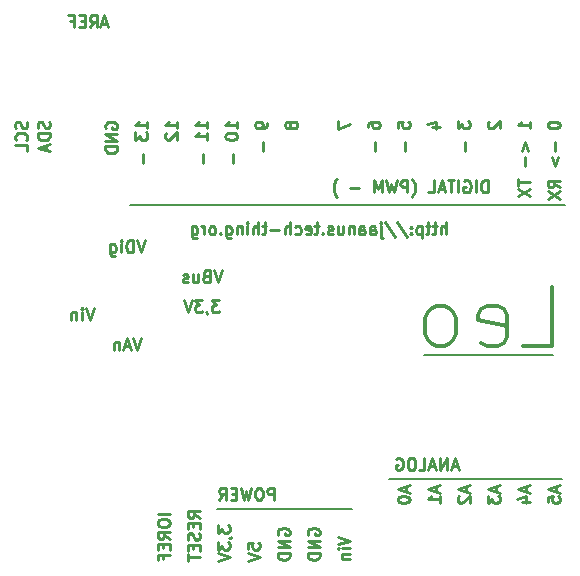
<source format=gbo>
G04 (created by PCBNEW (2013-mar-13)-testing) date T 04 juuni 2013 16:25:38 EEST*
%MOIN*%
G04 Gerber Fmt 3.4, Leading zero omitted, Abs format*
%FSLAX34Y34*%
G01*
G70*
G90*
G04 APERTURE LIST*
%ADD10C,0*%
%ADD11C,0.00787402*%
%ADD12C,0.011811*%
%ADD13C,0.00984252*%
G04 APERTURE END LIST*
G54D10*
G54D11*
X19829Y8270D02*
X15529Y8270D01*
G54D12*
X18854Y8579D02*
X19792Y8579D01*
X19792Y10548D01*
X17448Y8673D02*
X17636Y8579D01*
X18011Y8579D01*
X18198Y8673D01*
X18292Y8860D01*
X18292Y9610D01*
X18198Y9798D01*
X18011Y9891D01*
X17636Y9891D01*
X17448Y9798D01*
X17354Y9610D01*
X17354Y9423D01*
X18292Y9235D01*
X16230Y8579D02*
X16417Y8673D01*
X16511Y8767D01*
X16605Y8954D01*
X16605Y9516D01*
X16511Y9704D01*
X16417Y9798D01*
X16230Y9891D01*
X15948Y9891D01*
X15761Y9798D01*
X15667Y9704D01*
X15573Y9516D01*
X15573Y8954D01*
X15667Y8767D01*
X15761Y8673D01*
X15948Y8579D01*
X16230Y8579D01*
G54D13*
X16266Y12291D02*
X16266Y12685D01*
X16098Y12291D02*
X16098Y12498D01*
X16116Y12535D01*
X16154Y12554D01*
X16210Y12554D01*
X16248Y12535D01*
X16266Y12516D01*
X15966Y12554D02*
X15816Y12554D01*
X15910Y12685D02*
X15910Y12348D01*
X15891Y12310D01*
X15854Y12291D01*
X15816Y12291D01*
X15741Y12554D02*
X15591Y12554D01*
X15685Y12685D02*
X15685Y12348D01*
X15666Y12310D01*
X15629Y12291D01*
X15591Y12291D01*
X15460Y12554D02*
X15460Y12160D01*
X15460Y12535D02*
X15423Y12554D01*
X15348Y12554D01*
X15310Y12535D01*
X15292Y12516D01*
X15273Y12479D01*
X15273Y12366D01*
X15292Y12329D01*
X15310Y12310D01*
X15348Y12291D01*
X15423Y12291D01*
X15460Y12310D01*
X15104Y12329D02*
X15085Y12310D01*
X15104Y12291D01*
X15123Y12310D01*
X15104Y12329D01*
X15104Y12291D01*
X15104Y12535D02*
X15085Y12516D01*
X15104Y12498D01*
X15123Y12516D01*
X15104Y12535D01*
X15104Y12498D01*
X14635Y12704D02*
X14973Y12198D01*
X14223Y12704D02*
X14560Y12198D01*
X14092Y12554D02*
X14092Y12216D01*
X14110Y12179D01*
X14148Y12160D01*
X14167Y12160D01*
X14092Y12685D02*
X14110Y12666D01*
X14092Y12648D01*
X14073Y12666D01*
X14092Y12685D01*
X14092Y12648D01*
X13735Y12291D02*
X13735Y12498D01*
X13754Y12535D01*
X13792Y12554D01*
X13867Y12554D01*
X13904Y12535D01*
X13735Y12310D02*
X13773Y12291D01*
X13867Y12291D01*
X13904Y12310D01*
X13923Y12348D01*
X13923Y12385D01*
X13904Y12423D01*
X13867Y12441D01*
X13773Y12441D01*
X13735Y12460D01*
X13379Y12291D02*
X13379Y12498D01*
X13398Y12535D01*
X13435Y12554D01*
X13510Y12554D01*
X13548Y12535D01*
X13379Y12310D02*
X13417Y12291D01*
X13510Y12291D01*
X13548Y12310D01*
X13567Y12348D01*
X13567Y12385D01*
X13548Y12423D01*
X13510Y12441D01*
X13417Y12441D01*
X13379Y12460D01*
X13192Y12554D02*
X13192Y12291D01*
X13192Y12516D02*
X13173Y12535D01*
X13136Y12554D01*
X13079Y12554D01*
X13042Y12535D01*
X13023Y12498D01*
X13023Y12291D01*
X12667Y12554D02*
X12667Y12291D01*
X12836Y12554D02*
X12836Y12348D01*
X12817Y12310D01*
X12779Y12291D01*
X12723Y12291D01*
X12686Y12310D01*
X12667Y12329D01*
X12498Y12310D02*
X12461Y12291D01*
X12386Y12291D01*
X12348Y12310D01*
X12329Y12348D01*
X12329Y12366D01*
X12348Y12404D01*
X12386Y12423D01*
X12442Y12423D01*
X12479Y12441D01*
X12498Y12479D01*
X12498Y12498D01*
X12479Y12535D01*
X12442Y12554D01*
X12386Y12554D01*
X12348Y12535D01*
X12161Y12329D02*
X12142Y12310D01*
X12161Y12291D01*
X12179Y12310D01*
X12161Y12329D01*
X12161Y12291D01*
X12029Y12554D02*
X11879Y12554D01*
X11973Y12685D02*
X11973Y12348D01*
X11954Y12310D01*
X11917Y12291D01*
X11879Y12291D01*
X11598Y12310D02*
X11636Y12291D01*
X11711Y12291D01*
X11748Y12310D01*
X11767Y12348D01*
X11767Y12498D01*
X11748Y12535D01*
X11711Y12554D01*
X11636Y12554D01*
X11598Y12535D01*
X11579Y12498D01*
X11579Y12460D01*
X11767Y12423D01*
X11242Y12310D02*
X11280Y12291D01*
X11355Y12291D01*
X11392Y12310D01*
X11411Y12329D01*
X11429Y12366D01*
X11429Y12479D01*
X11411Y12516D01*
X11392Y12535D01*
X11355Y12554D01*
X11280Y12554D01*
X11242Y12535D01*
X11073Y12291D02*
X11073Y12685D01*
X10905Y12291D02*
X10905Y12498D01*
X10923Y12535D01*
X10961Y12554D01*
X11017Y12554D01*
X11055Y12535D01*
X11073Y12516D01*
X10717Y12441D02*
X10417Y12441D01*
X10286Y12554D02*
X10136Y12554D01*
X10230Y12685D02*
X10230Y12348D01*
X10211Y12310D01*
X10173Y12291D01*
X10136Y12291D01*
X10005Y12291D02*
X10005Y12685D01*
X9836Y12291D02*
X9836Y12498D01*
X9855Y12535D01*
X9892Y12554D01*
X9948Y12554D01*
X9986Y12535D01*
X10005Y12516D01*
X9648Y12291D02*
X9648Y12554D01*
X9648Y12685D02*
X9667Y12666D01*
X9648Y12648D01*
X9630Y12666D01*
X9648Y12685D01*
X9648Y12648D01*
X9461Y12554D02*
X9461Y12291D01*
X9461Y12516D02*
X9442Y12535D01*
X9405Y12554D01*
X9349Y12554D01*
X9311Y12535D01*
X9292Y12498D01*
X9292Y12291D01*
X8936Y12554D02*
X8936Y12235D01*
X8955Y12198D01*
X8974Y12179D01*
X9011Y12160D01*
X9067Y12160D01*
X9105Y12179D01*
X8936Y12310D02*
X8974Y12291D01*
X9049Y12291D01*
X9086Y12310D01*
X9105Y12329D01*
X9124Y12366D01*
X9124Y12479D01*
X9105Y12516D01*
X9086Y12535D01*
X9049Y12554D01*
X8974Y12554D01*
X8936Y12535D01*
X8749Y12329D02*
X8730Y12310D01*
X8749Y12291D01*
X8767Y12310D01*
X8749Y12329D01*
X8749Y12291D01*
X8505Y12291D02*
X8542Y12310D01*
X8561Y12329D01*
X8580Y12366D01*
X8580Y12479D01*
X8561Y12516D01*
X8542Y12535D01*
X8505Y12554D01*
X8449Y12554D01*
X8411Y12535D01*
X8392Y12516D01*
X8374Y12479D01*
X8374Y12366D01*
X8392Y12329D01*
X8411Y12310D01*
X8449Y12291D01*
X8505Y12291D01*
X8205Y12291D02*
X8205Y12554D01*
X8205Y12479D02*
X8186Y12516D01*
X8167Y12535D01*
X8130Y12554D01*
X8092Y12554D01*
X7792Y12554D02*
X7792Y12235D01*
X7811Y12198D01*
X7830Y12179D01*
X7867Y12160D01*
X7924Y12160D01*
X7961Y12179D01*
X7792Y12310D02*
X7830Y12291D01*
X7905Y12291D01*
X7942Y12310D01*
X7961Y12329D01*
X7980Y12366D01*
X7980Y12479D01*
X7961Y12516D01*
X7942Y12535D01*
X7905Y12554D01*
X7830Y12554D01*
X7792Y12535D01*
X4532Y9835D02*
X4401Y9441D01*
X4270Y9835D01*
X4139Y9441D02*
X4139Y9704D01*
X4139Y9835D02*
X4158Y9816D01*
X4139Y9798D01*
X4120Y9816D01*
X4139Y9835D01*
X4139Y9798D01*
X3951Y9704D02*
X3951Y9441D01*
X3951Y9666D02*
X3933Y9685D01*
X3895Y9704D01*
X3839Y9704D01*
X3801Y9685D01*
X3783Y9648D01*
X3783Y9441D01*
X6229Y12085D02*
X6098Y11691D01*
X5967Y12085D01*
X5836Y11691D02*
X5836Y12085D01*
X5742Y12085D01*
X5686Y12066D01*
X5648Y12029D01*
X5629Y11991D01*
X5611Y11916D01*
X5611Y11860D01*
X5629Y11785D01*
X5648Y11748D01*
X5686Y11710D01*
X5742Y11691D01*
X5836Y11691D01*
X5442Y11691D02*
X5442Y11954D01*
X5442Y12085D02*
X5461Y12066D01*
X5442Y12048D01*
X5423Y12066D01*
X5442Y12085D01*
X5442Y12048D01*
X5086Y11954D02*
X5086Y11635D01*
X5104Y11598D01*
X5123Y11579D01*
X5161Y11560D01*
X5217Y11560D01*
X5254Y11579D01*
X5086Y11710D02*
X5123Y11691D01*
X5198Y11691D01*
X5236Y11710D01*
X5254Y11729D01*
X5273Y11766D01*
X5273Y11879D01*
X5254Y11916D01*
X5236Y11935D01*
X5198Y11954D01*
X5123Y11954D01*
X5086Y11935D01*
X6107Y8835D02*
X5976Y8441D01*
X5845Y8835D01*
X5733Y8554D02*
X5545Y8554D01*
X5770Y8441D02*
X5639Y8835D01*
X5508Y8441D01*
X5376Y8704D02*
X5376Y8441D01*
X5376Y8666D02*
X5358Y8685D01*
X5320Y8704D01*
X5264Y8704D01*
X5226Y8685D01*
X5208Y8648D01*
X5208Y8441D01*
X8711Y10085D02*
X8467Y10085D01*
X8598Y9935D01*
X8542Y9935D01*
X8504Y9916D01*
X8486Y9898D01*
X8467Y9860D01*
X8467Y9766D01*
X8486Y9729D01*
X8504Y9710D01*
X8542Y9691D01*
X8654Y9691D01*
X8692Y9710D01*
X8711Y9729D01*
X8279Y9710D02*
X8279Y9691D01*
X8298Y9654D01*
X8317Y9635D01*
X8148Y10085D02*
X7904Y10085D01*
X8036Y9935D01*
X7979Y9935D01*
X7942Y9916D01*
X7923Y9898D01*
X7904Y9860D01*
X7904Y9766D01*
X7923Y9729D01*
X7942Y9710D01*
X7979Y9691D01*
X8092Y9691D01*
X8129Y9710D01*
X8148Y9729D01*
X7792Y10085D02*
X7661Y9691D01*
X7529Y10085D01*
X8795Y11085D02*
X8664Y10691D01*
X8532Y11085D01*
X8270Y10898D02*
X8214Y10879D01*
X8195Y10860D01*
X8176Y10823D01*
X8176Y10766D01*
X8195Y10729D01*
X8214Y10710D01*
X8251Y10691D01*
X8401Y10691D01*
X8401Y11085D01*
X8270Y11085D01*
X8233Y11066D01*
X8214Y11048D01*
X8195Y11010D01*
X8195Y10973D01*
X8214Y10935D01*
X8233Y10916D01*
X8270Y10898D01*
X8401Y10898D01*
X7839Y10954D02*
X7839Y10691D01*
X8008Y10954D02*
X8008Y10748D01*
X7989Y10710D01*
X7951Y10691D01*
X7895Y10691D01*
X7858Y10710D01*
X7839Y10729D01*
X7670Y10710D02*
X7633Y10691D01*
X7558Y10691D01*
X7520Y10710D01*
X7501Y10748D01*
X7501Y10766D01*
X7520Y10804D01*
X7558Y10823D01*
X7614Y10823D01*
X7651Y10841D01*
X7670Y10879D01*
X7670Y10898D01*
X7651Y10935D01*
X7614Y10954D01*
X7558Y10954D01*
X7520Y10935D01*
X10542Y3441D02*
X10542Y3835D01*
X10392Y3835D01*
X10354Y3816D01*
X10335Y3798D01*
X10317Y3760D01*
X10317Y3704D01*
X10335Y3666D01*
X10354Y3648D01*
X10392Y3629D01*
X10542Y3629D01*
X10073Y3835D02*
X9998Y3835D01*
X9961Y3816D01*
X9923Y3779D01*
X9904Y3704D01*
X9904Y3573D01*
X9923Y3498D01*
X9961Y3460D01*
X9998Y3441D01*
X10073Y3441D01*
X10110Y3460D01*
X10148Y3498D01*
X10167Y3573D01*
X10167Y3704D01*
X10148Y3779D01*
X10110Y3816D01*
X10073Y3835D01*
X9773Y3835D02*
X9679Y3441D01*
X9604Y3723D01*
X9529Y3441D01*
X9436Y3835D01*
X9286Y3648D02*
X9154Y3648D01*
X9098Y3441D02*
X9286Y3441D01*
X9286Y3835D01*
X9098Y3835D01*
X8704Y3441D02*
X8836Y3629D01*
X8929Y3441D02*
X8929Y3835D01*
X8779Y3835D01*
X8742Y3816D01*
X8723Y3798D01*
X8704Y3760D01*
X8704Y3704D01*
X8723Y3666D01*
X8742Y3648D01*
X8779Y3629D01*
X8929Y3629D01*
G54D11*
X13129Y3120D02*
X8629Y3120D01*
G54D13*
X7058Y2963D02*
X6664Y2963D01*
X6664Y2701D02*
X6664Y2626D01*
X6683Y2588D01*
X6720Y2551D01*
X6795Y2532D01*
X6926Y2532D01*
X7001Y2551D01*
X7039Y2588D01*
X7058Y2626D01*
X7058Y2701D01*
X7039Y2738D01*
X7001Y2776D01*
X6926Y2794D01*
X6795Y2794D01*
X6720Y2776D01*
X6683Y2738D01*
X6664Y2701D01*
X7058Y2138D02*
X6870Y2269D01*
X7058Y2363D02*
X6664Y2363D01*
X6664Y2213D01*
X6683Y2176D01*
X6701Y2157D01*
X6739Y2138D01*
X6795Y2138D01*
X6833Y2157D01*
X6851Y2176D01*
X6870Y2213D01*
X6870Y2363D01*
X6851Y1970D02*
X6851Y1838D01*
X7058Y1782D02*
X7058Y1970D01*
X6664Y1970D01*
X6664Y1782D01*
X6851Y1482D02*
X6851Y1613D01*
X7058Y1613D02*
X6664Y1613D01*
X6664Y1426D01*
X8058Y2832D02*
X7870Y2963D01*
X8058Y3057D02*
X7664Y3057D01*
X7664Y2907D01*
X7683Y2869D01*
X7701Y2851D01*
X7739Y2832D01*
X7795Y2832D01*
X7833Y2851D01*
X7851Y2869D01*
X7870Y2907D01*
X7870Y3057D01*
X7851Y2663D02*
X7851Y2532D01*
X8058Y2476D02*
X8058Y2663D01*
X7664Y2663D01*
X7664Y2476D01*
X8039Y2326D02*
X8058Y2269D01*
X8058Y2176D01*
X8039Y2138D01*
X8020Y2119D01*
X7983Y2101D01*
X7945Y2101D01*
X7908Y2119D01*
X7889Y2138D01*
X7870Y2176D01*
X7851Y2251D01*
X7833Y2288D01*
X7814Y2307D01*
X7776Y2326D01*
X7739Y2326D01*
X7701Y2307D01*
X7683Y2288D01*
X7664Y2251D01*
X7664Y2157D01*
X7683Y2101D01*
X7851Y1932D02*
X7851Y1801D01*
X8058Y1745D02*
X8058Y1932D01*
X7664Y1932D01*
X7664Y1745D01*
X7664Y1632D02*
X7664Y1407D01*
X8058Y1520D02*
X7664Y1520D01*
X8664Y2588D02*
X8664Y2344D01*
X8814Y2476D01*
X8814Y2419D01*
X8833Y2382D01*
X8851Y2363D01*
X8889Y2344D01*
X8983Y2344D01*
X9020Y2363D01*
X9039Y2382D01*
X9058Y2419D01*
X9058Y2532D01*
X9039Y2569D01*
X9020Y2588D01*
X9039Y2157D02*
X9058Y2157D01*
X9095Y2176D01*
X9114Y2194D01*
X8664Y2026D02*
X8664Y1782D01*
X8814Y1913D01*
X8814Y1857D01*
X8833Y1820D01*
X8851Y1801D01*
X8889Y1782D01*
X8983Y1782D01*
X9020Y1801D01*
X9039Y1820D01*
X9058Y1857D01*
X9058Y1970D01*
X9039Y2007D01*
X9020Y2026D01*
X8664Y1670D02*
X9058Y1538D01*
X8664Y1407D01*
X9664Y1801D02*
X9664Y1988D01*
X9851Y2007D01*
X9833Y1988D01*
X9814Y1951D01*
X9814Y1857D01*
X9833Y1820D01*
X9851Y1801D01*
X9889Y1782D01*
X9983Y1782D01*
X10020Y1801D01*
X10039Y1820D01*
X10058Y1857D01*
X10058Y1951D01*
X10039Y1988D01*
X10020Y2007D01*
X9664Y1670D02*
X10058Y1538D01*
X9664Y1407D01*
X10683Y2269D02*
X10664Y2307D01*
X10664Y2363D01*
X10683Y2419D01*
X10720Y2457D01*
X10758Y2476D01*
X10833Y2494D01*
X10889Y2494D01*
X10964Y2476D01*
X11001Y2457D01*
X11039Y2419D01*
X11058Y2363D01*
X11058Y2326D01*
X11039Y2269D01*
X11020Y2251D01*
X10889Y2251D01*
X10889Y2326D01*
X11058Y2082D02*
X10664Y2082D01*
X11058Y1857D01*
X10664Y1857D01*
X11058Y1670D02*
X10664Y1670D01*
X10664Y1576D01*
X10683Y1520D01*
X10720Y1482D01*
X10758Y1463D01*
X10833Y1445D01*
X10889Y1445D01*
X10964Y1463D01*
X11001Y1482D01*
X11039Y1520D01*
X11058Y1576D01*
X11058Y1670D01*
X11683Y2269D02*
X11664Y2307D01*
X11664Y2363D01*
X11683Y2419D01*
X11720Y2457D01*
X11758Y2476D01*
X11833Y2494D01*
X11889Y2494D01*
X11964Y2476D01*
X12001Y2457D01*
X12039Y2419D01*
X12058Y2363D01*
X12058Y2326D01*
X12039Y2269D01*
X12020Y2251D01*
X11889Y2251D01*
X11889Y2326D01*
X12058Y2082D02*
X11664Y2082D01*
X12058Y1857D01*
X11664Y1857D01*
X12058Y1670D02*
X11664Y1670D01*
X11664Y1576D01*
X11683Y1520D01*
X11720Y1482D01*
X11758Y1463D01*
X11833Y1445D01*
X11889Y1445D01*
X11964Y1463D01*
X12001Y1482D01*
X12039Y1520D01*
X12058Y1576D01*
X12058Y1670D01*
X12664Y2213D02*
X13058Y2082D01*
X12664Y1951D01*
X13058Y1820D02*
X12795Y1820D01*
X12664Y1820D02*
X12683Y1838D01*
X12701Y1820D01*
X12683Y1801D01*
X12664Y1820D01*
X12701Y1820D01*
X12795Y1632D02*
X13058Y1632D01*
X12833Y1632D02*
X12814Y1613D01*
X12795Y1576D01*
X12795Y1520D01*
X12814Y1482D01*
X12851Y1463D01*
X13058Y1463D01*
X16661Y4554D02*
X16473Y4554D01*
X16698Y4441D02*
X16567Y4835D01*
X16436Y4441D01*
X16304Y4441D02*
X16304Y4835D01*
X16079Y4441D01*
X16079Y4835D01*
X15911Y4554D02*
X15723Y4554D01*
X15948Y4441D02*
X15817Y4835D01*
X15686Y4441D01*
X15367Y4441D02*
X15554Y4441D01*
X15554Y4835D01*
X15161Y4835D02*
X15086Y4835D01*
X15048Y4816D01*
X15011Y4779D01*
X14992Y4704D01*
X14992Y4573D01*
X15011Y4498D01*
X15048Y4460D01*
X15086Y4441D01*
X15161Y4441D01*
X15198Y4460D01*
X15236Y4498D01*
X15254Y4573D01*
X15254Y4704D01*
X15236Y4779D01*
X15198Y4816D01*
X15161Y4835D01*
X14617Y4816D02*
X14655Y4835D01*
X14711Y4835D01*
X14767Y4816D01*
X14805Y4779D01*
X14823Y4741D01*
X14842Y4666D01*
X14842Y4610D01*
X14823Y4535D01*
X14805Y4498D01*
X14767Y4460D01*
X14711Y4441D01*
X14673Y4441D01*
X14617Y4460D01*
X14598Y4479D01*
X14598Y4610D01*
X14673Y4610D01*
G54D11*
X14379Y4120D02*
X20129Y4120D01*
G54D13*
X19945Y3901D02*
X19945Y3713D01*
X20058Y3938D02*
X19664Y3807D01*
X20058Y3676D01*
X19664Y3357D02*
X19664Y3545D01*
X19851Y3563D01*
X19833Y3545D01*
X19814Y3507D01*
X19814Y3413D01*
X19833Y3376D01*
X19851Y3357D01*
X19889Y3338D01*
X19983Y3338D01*
X20020Y3357D01*
X20039Y3376D01*
X20058Y3413D01*
X20058Y3507D01*
X20039Y3545D01*
X20020Y3563D01*
X18945Y3901D02*
X18945Y3713D01*
X19058Y3938D02*
X18664Y3807D01*
X19058Y3676D01*
X18795Y3376D02*
X19058Y3376D01*
X18645Y3470D02*
X18926Y3563D01*
X18926Y3320D01*
X17945Y3901D02*
X17945Y3713D01*
X18058Y3938D02*
X17664Y3807D01*
X18058Y3676D01*
X17664Y3582D02*
X17664Y3338D01*
X17814Y3470D01*
X17814Y3413D01*
X17833Y3376D01*
X17851Y3357D01*
X17889Y3338D01*
X17983Y3338D01*
X18020Y3357D01*
X18039Y3376D01*
X18058Y3413D01*
X18058Y3526D01*
X18039Y3563D01*
X18020Y3582D01*
X16945Y3901D02*
X16945Y3713D01*
X17058Y3938D02*
X16664Y3807D01*
X17058Y3676D01*
X16701Y3563D02*
X16683Y3545D01*
X16664Y3507D01*
X16664Y3413D01*
X16683Y3376D01*
X16701Y3357D01*
X16739Y3338D01*
X16776Y3338D01*
X16833Y3357D01*
X17058Y3582D01*
X17058Y3338D01*
X15945Y3901D02*
X15945Y3713D01*
X16058Y3938D02*
X15664Y3807D01*
X16058Y3676D01*
X16058Y3338D02*
X16058Y3563D01*
X16058Y3451D02*
X15664Y3451D01*
X15720Y3488D01*
X15758Y3526D01*
X15776Y3563D01*
X14945Y3901D02*
X14945Y3713D01*
X15058Y3938D02*
X14664Y3807D01*
X15058Y3676D01*
X14664Y3470D02*
X14664Y3432D01*
X14683Y3395D01*
X14701Y3376D01*
X14739Y3357D01*
X14814Y3338D01*
X14908Y3338D01*
X14983Y3357D01*
X15020Y3376D01*
X15039Y3395D01*
X15058Y3432D01*
X15058Y3470D01*
X15039Y3507D01*
X15020Y3526D01*
X14983Y3545D01*
X14908Y3563D01*
X14814Y3563D01*
X14739Y3545D01*
X14701Y3526D01*
X14683Y3507D01*
X14664Y3470D01*
G54D11*
X20229Y13270D02*
X5729Y13270D01*
G54D13*
X17660Y13691D02*
X17660Y14085D01*
X17566Y14085D01*
X17510Y14066D01*
X17473Y14029D01*
X17454Y13991D01*
X17435Y13916D01*
X17435Y13860D01*
X17454Y13785D01*
X17473Y13748D01*
X17510Y13710D01*
X17566Y13691D01*
X17660Y13691D01*
X17266Y13691D02*
X17266Y14085D01*
X16873Y14066D02*
X16910Y14085D01*
X16966Y14085D01*
X17023Y14066D01*
X17060Y14029D01*
X17079Y13991D01*
X17098Y13916D01*
X17098Y13860D01*
X17079Y13785D01*
X17060Y13748D01*
X17023Y13710D01*
X16966Y13691D01*
X16929Y13691D01*
X16873Y13710D01*
X16854Y13729D01*
X16854Y13860D01*
X16929Y13860D01*
X16685Y13691D02*
X16685Y14085D01*
X16554Y14085D02*
X16329Y14085D01*
X16441Y13691D02*
X16441Y14085D01*
X16216Y13804D02*
X16029Y13804D01*
X16254Y13691D02*
X16123Y14085D01*
X15991Y13691D01*
X15673Y13691D02*
X15860Y13691D01*
X15860Y14085D01*
X15129Y13541D02*
X15148Y13560D01*
X15185Y13616D01*
X15204Y13654D01*
X15223Y13710D01*
X15242Y13804D01*
X15242Y13879D01*
X15223Y13973D01*
X15204Y14029D01*
X15185Y14066D01*
X15148Y14123D01*
X15129Y14141D01*
X14979Y13691D02*
X14979Y14085D01*
X14829Y14085D01*
X14792Y14066D01*
X14773Y14048D01*
X14754Y14010D01*
X14754Y13954D01*
X14773Y13916D01*
X14792Y13898D01*
X14829Y13879D01*
X14979Y13879D01*
X14623Y14085D02*
X14529Y13691D01*
X14454Y13973D01*
X14379Y13691D01*
X14285Y14085D01*
X14135Y13691D02*
X14135Y14085D01*
X14004Y13804D01*
X13873Y14085D01*
X13873Y13691D01*
X13386Y13841D02*
X13086Y13841D01*
X12636Y13541D02*
X12617Y13560D01*
X12579Y13616D01*
X12561Y13654D01*
X12542Y13710D01*
X12523Y13804D01*
X12523Y13879D01*
X12542Y13973D01*
X12561Y14029D01*
X12579Y14066D01*
X12617Y14123D01*
X12636Y14141D01*
X4979Y19304D02*
X4792Y19304D01*
X5017Y19191D02*
X4886Y19585D01*
X4754Y19191D01*
X4398Y19191D02*
X4529Y19379D01*
X4623Y19191D02*
X4623Y19585D01*
X4473Y19585D01*
X4436Y19566D01*
X4417Y19548D01*
X4398Y19510D01*
X4398Y19454D01*
X4417Y19416D01*
X4436Y19398D01*
X4473Y19379D01*
X4623Y19379D01*
X4229Y19398D02*
X4098Y19398D01*
X4042Y19191D02*
X4229Y19191D01*
X4229Y19585D01*
X4042Y19585D01*
X3742Y19398D02*
X3873Y19398D01*
X3873Y19191D02*
X3873Y19585D01*
X3686Y19585D01*
X3039Y16045D02*
X3058Y15988D01*
X3058Y15895D01*
X3039Y15857D01*
X3020Y15838D01*
X2983Y15820D01*
X2945Y15820D01*
X2908Y15838D01*
X2889Y15857D01*
X2870Y15895D01*
X2851Y15970D01*
X2833Y16007D01*
X2814Y16026D01*
X2776Y16045D01*
X2739Y16045D01*
X2701Y16026D01*
X2683Y16007D01*
X2664Y15970D01*
X2664Y15876D01*
X2683Y15820D01*
X3058Y15651D02*
X2664Y15651D01*
X2664Y15557D01*
X2683Y15501D01*
X2720Y15463D01*
X2758Y15445D01*
X2833Y15426D01*
X2889Y15426D01*
X2964Y15445D01*
X3001Y15463D01*
X3039Y15501D01*
X3058Y15557D01*
X3058Y15651D01*
X2945Y15276D02*
X2945Y15088D01*
X3058Y15313D02*
X2664Y15182D01*
X3058Y15051D01*
X2289Y16045D02*
X2308Y15988D01*
X2308Y15895D01*
X2289Y15857D01*
X2270Y15838D01*
X2233Y15820D01*
X2195Y15820D01*
X2158Y15838D01*
X2139Y15857D01*
X2120Y15895D01*
X2101Y15970D01*
X2083Y16007D01*
X2064Y16026D01*
X2026Y16045D01*
X1989Y16045D01*
X1951Y16026D01*
X1933Y16007D01*
X1914Y15970D01*
X1914Y15876D01*
X1933Y15820D01*
X2270Y15426D02*
X2289Y15445D01*
X2308Y15501D01*
X2308Y15538D01*
X2289Y15595D01*
X2251Y15632D01*
X2214Y15651D01*
X2139Y15670D01*
X2083Y15670D01*
X2008Y15651D01*
X1970Y15632D01*
X1933Y15595D01*
X1914Y15538D01*
X1914Y15501D01*
X1933Y15445D01*
X1951Y15426D01*
X2308Y15070D02*
X2308Y15257D01*
X1914Y15257D01*
X4933Y15820D02*
X4914Y15857D01*
X4914Y15913D01*
X4933Y15970D01*
X4970Y16007D01*
X5008Y16026D01*
X5083Y16045D01*
X5139Y16045D01*
X5214Y16026D01*
X5251Y16007D01*
X5289Y15970D01*
X5308Y15913D01*
X5308Y15876D01*
X5289Y15820D01*
X5270Y15801D01*
X5139Y15801D01*
X5139Y15876D01*
X5308Y15632D02*
X4914Y15632D01*
X5308Y15407D01*
X4914Y15407D01*
X5308Y15220D02*
X4914Y15220D01*
X4914Y15126D01*
X4933Y15070D01*
X4970Y15032D01*
X5008Y15013D01*
X5083Y14995D01*
X5139Y14995D01*
X5214Y15013D01*
X5251Y15032D01*
X5289Y15070D01*
X5308Y15126D01*
X5308Y15220D01*
X6308Y15820D02*
X6308Y16045D01*
X6308Y15932D02*
X5914Y15932D01*
X5970Y15970D01*
X6008Y16007D01*
X6026Y16045D01*
X5914Y15688D02*
X5914Y15445D01*
X6064Y15576D01*
X6064Y15520D01*
X6083Y15482D01*
X6101Y15463D01*
X6139Y15445D01*
X6233Y15445D01*
X6270Y15463D01*
X6289Y15482D01*
X6308Y15520D01*
X6308Y15632D01*
X6289Y15670D01*
X6270Y15688D01*
X6158Y14976D02*
X6158Y14676D01*
X7308Y15820D02*
X7308Y16045D01*
X7308Y15932D02*
X6914Y15932D01*
X6970Y15970D01*
X7008Y16007D01*
X7026Y16045D01*
X6951Y15670D02*
X6933Y15651D01*
X6914Y15613D01*
X6914Y15520D01*
X6933Y15482D01*
X6951Y15463D01*
X6989Y15445D01*
X7026Y15445D01*
X7083Y15463D01*
X7308Y15688D01*
X7308Y15445D01*
X8308Y15820D02*
X8308Y16045D01*
X8308Y15932D02*
X7914Y15932D01*
X7970Y15970D01*
X8008Y16007D01*
X8026Y16045D01*
X8308Y15445D02*
X8308Y15670D01*
X8308Y15557D02*
X7914Y15557D01*
X7970Y15595D01*
X8008Y15632D01*
X8026Y15670D01*
X8158Y14976D02*
X8158Y14676D01*
X9308Y15820D02*
X9308Y16045D01*
X9308Y15932D02*
X8914Y15932D01*
X8970Y15970D01*
X9008Y16007D01*
X9026Y16045D01*
X8914Y15576D02*
X8914Y15538D01*
X8933Y15501D01*
X8951Y15482D01*
X8989Y15463D01*
X9064Y15445D01*
X9158Y15445D01*
X9233Y15463D01*
X9270Y15482D01*
X9289Y15501D01*
X9308Y15538D01*
X9308Y15576D01*
X9289Y15613D01*
X9270Y15632D01*
X9233Y15651D01*
X9158Y15670D01*
X9064Y15670D01*
X8989Y15651D01*
X8951Y15632D01*
X8933Y15613D01*
X8914Y15576D01*
X9158Y14976D02*
X9158Y14676D01*
X10308Y16007D02*
X10308Y15932D01*
X10289Y15895D01*
X10270Y15876D01*
X10214Y15838D01*
X10139Y15820D01*
X9989Y15820D01*
X9951Y15838D01*
X9933Y15857D01*
X9914Y15895D01*
X9914Y15970D01*
X9933Y16007D01*
X9951Y16026D01*
X9989Y16045D01*
X10083Y16045D01*
X10120Y16026D01*
X10139Y16007D01*
X10158Y15970D01*
X10158Y15895D01*
X10139Y15857D01*
X10120Y15838D01*
X10083Y15820D01*
X10158Y15351D02*
X10158Y15051D01*
X11083Y15970D02*
X11064Y16007D01*
X11045Y16026D01*
X11008Y16045D01*
X10989Y16045D01*
X10951Y16026D01*
X10933Y16007D01*
X10914Y15970D01*
X10914Y15895D01*
X10933Y15857D01*
X10951Y15838D01*
X10989Y15820D01*
X11008Y15820D01*
X11045Y15838D01*
X11064Y15857D01*
X11083Y15895D01*
X11083Y15970D01*
X11101Y16007D01*
X11120Y16026D01*
X11158Y16045D01*
X11233Y16045D01*
X11270Y16026D01*
X11289Y16007D01*
X11308Y15970D01*
X11308Y15895D01*
X11289Y15857D01*
X11270Y15838D01*
X11233Y15820D01*
X11158Y15820D01*
X11120Y15838D01*
X11101Y15857D01*
X11083Y15895D01*
X12664Y16063D02*
X12664Y15801D01*
X13058Y15970D01*
X13664Y15857D02*
X13664Y15932D01*
X13683Y15970D01*
X13701Y15988D01*
X13758Y16026D01*
X13833Y16045D01*
X13983Y16045D01*
X14020Y16026D01*
X14039Y16007D01*
X14058Y15970D01*
X14058Y15895D01*
X14039Y15857D01*
X14020Y15838D01*
X13983Y15820D01*
X13889Y15820D01*
X13851Y15838D01*
X13833Y15857D01*
X13814Y15895D01*
X13814Y15970D01*
X13833Y16007D01*
X13851Y16026D01*
X13889Y16045D01*
X13908Y15351D02*
X13908Y15051D01*
X14664Y15838D02*
X14664Y16026D01*
X14851Y16045D01*
X14833Y16026D01*
X14814Y15988D01*
X14814Y15895D01*
X14833Y15857D01*
X14851Y15838D01*
X14889Y15820D01*
X14983Y15820D01*
X15020Y15838D01*
X15039Y15857D01*
X15058Y15895D01*
X15058Y15988D01*
X15039Y16026D01*
X15020Y16045D01*
X14908Y15351D02*
X14908Y15051D01*
X15795Y15857D02*
X16058Y15857D01*
X15645Y15951D02*
X15926Y16045D01*
X15926Y15801D01*
X16664Y16063D02*
X16664Y15820D01*
X16814Y15951D01*
X16814Y15895D01*
X16833Y15857D01*
X16851Y15838D01*
X16889Y15820D01*
X16983Y15820D01*
X17020Y15838D01*
X17039Y15857D01*
X17058Y15895D01*
X17058Y16007D01*
X17039Y16045D01*
X17020Y16063D01*
X16908Y15351D02*
X16908Y15051D01*
X17701Y16045D02*
X17683Y16026D01*
X17664Y15988D01*
X17664Y15895D01*
X17683Y15857D01*
X17701Y15838D01*
X17739Y15820D01*
X17776Y15820D01*
X17833Y15838D01*
X18058Y16063D01*
X18058Y15820D01*
X19058Y15820D02*
X19058Y16045D01*
X19058Y15932D02*
X18664Y15932D01*
X18720Y15970D01*
X18758Y16007D01*
X18776Y16045D01*
X18795Y15051D02*
X18908Y15351D01*
X19020Y15051D01*
X18908Y14863D02*
X18908Y14564D01*
X18664Y14132D02*
X18664Y13907D01*
X19058Y14020D02*
X18664Y14020D01*
X18664Y13814D02*
X19058Y13551D01*
X18664Y13551D02*
X19058Y13814D01*
X19664Y15951D02*
X19664Y15913D01*
X19683Y15876D01*
X19701Y15857D01*
X19739Y15838D01*
X19814Y15820D01*
X19908Y15820D01*
X19983Y15838D01*
X20020Y15857D01*
X20039Y15876D01*
X20058Y15913D01*
X20058Y15951D01*
X20039Y15988D01*
X20020Y16007D01*
X19983Y16026D01*
X19908Y16045D01*
X19814Y16045D01*
X19739Y16026D01*
X19701Y16007D01*
X19683Y15988D01*
X19664Y15951D01*
X19908Y15351D02*
X19908Y15051D01*
X19795Y14863D02*
X19908Y14564D01*
X20020Y14863D01*
X20058Y13851D02*
X19870Y13982D01*
X20058Y14076D02*
X19664Y14076D01*
X19664Y13926D01*
X19683Y13889D01*
X19701Y13870D01*
X19739Y13851D01*
X19795Y13851D01*
X19833Y13870D01*
X19851Y13889D01*
X19870Y13926D01*
X19870Y14076D01*
X19664Y13720D02*
X20058Y13457D01*
X19664Y13457D02*
X20058Y13720D01*
M02*

</source>
